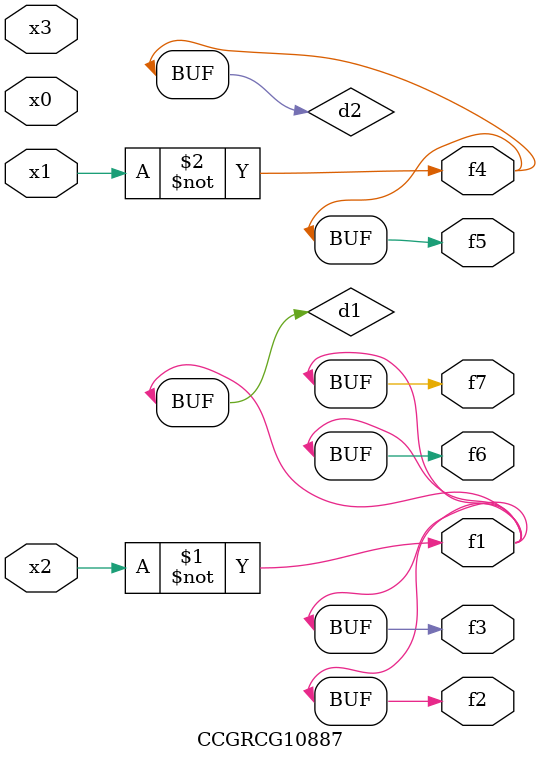
<source format=v>
module CCGRCG10887(
	input x0, x1, x2, x3,
	output f1, f2, f3, f4, f5, f6, f7
);

	wire d1, d2;

	xnor (d1, x2);
	not (d2, x1);
	assign f1 = d1;
	assign f2 = d1;
	assign f3 = d1;
	assign f4 = d2;
	assign f5 = d2;
	assign f6 = d1;
	assign f7 = d1;
endmodule

</source>
